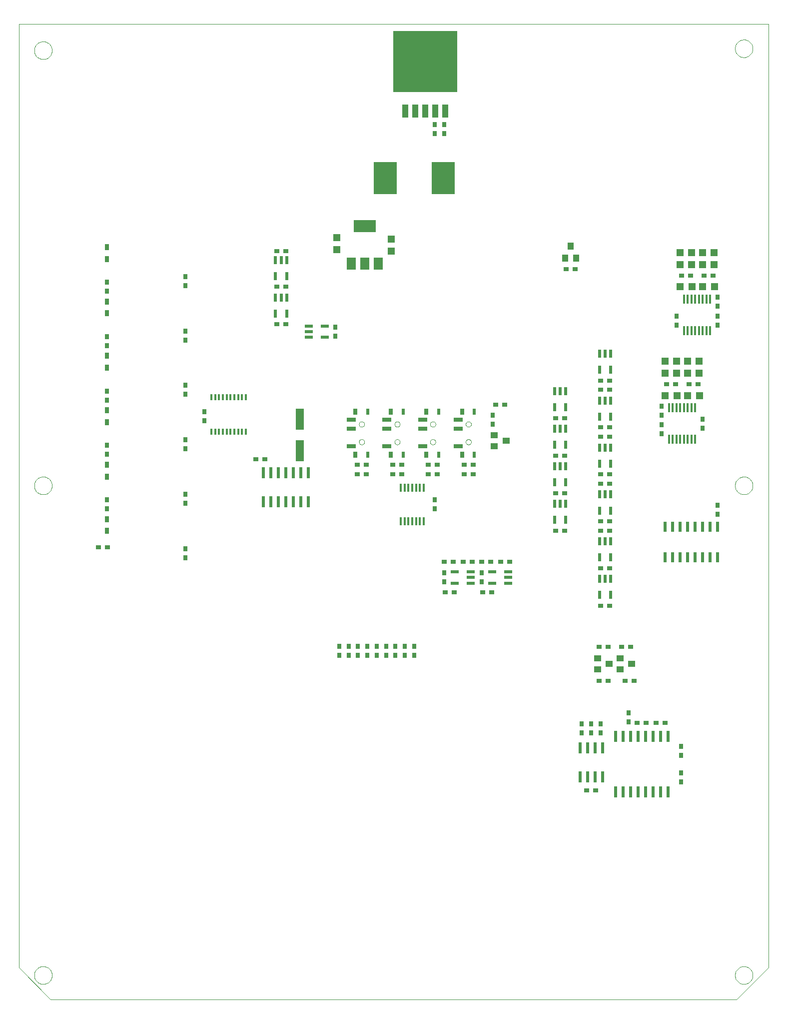
<source format=gtp>
G75*
G70*
%OFA0B0*%
%FSLAX24Y24*%
%IPPOS*%
%LPD*%
%AMOC8*
5,1,8,0,0,1.08239X$1,22.5*
%
%ADD10C,0.0000*%
%ADD11R,0.4252X0.4098*%
%ADD12R,0.0420X0.0850*%
%ADD13R,0.0315X0.0354*%
%ADD14R,0.1575X0.2126*%
%ADD15R,0.0210X0.0780*%
%ADD16R,0.0354X0.0315*%
%ADD17R,0.0394X0.0500*%
%ADD18R,0.0200X0.0780*%
%ADD19R,0.0590X0.0790*%
%ADD20R,0.1500X0.0790*%
%ADD21R,0.0512X0.0472*%
%ADD22R,0.0315X0.0394*%
%ADD23R,0.0120X0.0390*%
%ADD24R,0.0551X0.1400*%
%ADD25R,0.0500X0.0394*%
%ADD26R,0.0520X0.0220*%
%ADD27R,0.0220X0.0520*%
%ADD28R,0.0140X0.0630*%
%ADD29R,0.0472X0.0512*%
%ADD30R,0.0210X0.0670*%
%ADD31R,0.0140X0.0580*%
%ADD32R,0.0591X0.0276*%
%ADD33R,0.0236X0.0394*%
D10*
X000100Y002300D02*
X002225Y000175D01*
X047975Y000175D01*
X050100Y002300D01*
X050100Y065175D01*
X000100Y065175D01*
X000100Y002300D01*
X001134Y001800D02*
X001136Y001848D01*
X001142Y001896D01*
X001152Y001943D01*
X001165Y001989D01*
X001183Y002034D01*
X001203Y002078D01*
X001228Y002120D01*
X001256Y002159D01*
X001286Y002196D01*
X001320Y002230D01*
X001357Y002262D01*
X001395Y002291D01*
X001436Y002316D01*
X001479Y002338D01*
X001524Y002356D01*
X001570Y002370D01*
X001617Y002381D01*
X001665Y002388D01*
X001713Y002391D01*
X001761Y002390D01*
X001809Y002385D01*
X001857Y002376D01*
X001903Y002364D01*
X001948Y002347D01*
X001992Y002327D01*
X002034Y002304D01*
X002074Y002277D01*
X002112Y002247D01*
X002147Y002214D01*
X002179Y002178D01*
X002209Y002140D01*
X002235Y002099D01*
X002257Y002056D01*
X002277Y002012D01*
X002292Y001967D01*
X002304Y001920D01*
X002312Y001872D01*
X002316Y001824D01*
X002316Y001776D01*
X002312Y001728D01*
X002304Y001680D01*
X002292Y001633D01*
X002277Y001588D01*
X002257Y001544D01*
X002235Y001501D01*
X002209Y001460D01*
X002179Y001422D01*
X002147Y001386D01*
X002112Y001353D01*
X002074Y001323D01*
X002034Y001296D01*
X001992Y001273D01*
X001948Y001253D01*
X001903Y001236D01*
X001857Y001224D01*
X001809Y001215D01*
X001761Y001210D01*
X001713Y001209D01*
X001665Y001212D01*
X001617Y001219D01*
X001570Y001230D01*
X001524Y001244D01*
X001479Y001262D01*
X001436Y001284D01*
X001395Y001309D01*
X001357Y001338D01*
X001320Y001370D01*
X001286Y001404D01*
X001256Y001441D01*
X001228Y001480D01*
X001203Y001522D01*
X001183Y001566D01*
X001165Y001611D01*
X001152Y001657D01*
X001142Y001704D01*
X001136Y001752D01*
X001134Y001800D01*
X001134Y034425D02*
X001136Y034473D01*
X001142Y034521D01*
X001152Y034568D01*
X001165Y034614D01*
X001183Y034659D01*
X001203Y034703D01*
X001228Y034745D01*
X001256Y034784D01*
X001286Y034821D01*
X001320Y034855D01*
X001357Y034887D01*
X001395Y034916D01*
X001436Y034941D01*
X001479Y034963D01*
X001524Y034981D01*
X001570Y034995D01*
X001617Y035006D01*
X001665Y035013D01*
X001713Y035016D01*
X001761Y035015D01*
X001809Y035010D01*
X001857Y035001D01*
X001903Y034989D01*
X001948Y034972D01*
X001992Y034952D01*
X002034Y034929D01*
X002074Y034902D01*
X002112Y034872D01*
X002147Y034839D01*
X002179Y034803D01*
X002209Y034765D01*
X002235Y034724D01*
X002257Y034681D01*
X002277Y034637D01*
X002292Y034592D01*
X002304Y034545D01*
X002312Y034497D01*
X002316Y034449D01*
X002316Y034401D01*
X002312Y034353D01*
X002304Y034305D01*
X002292Y034258D01*
X002277Y034213D01*
X002257Y034169D01*
X002235Y034126D01*
X002209Y034085D01*
X002179Y034047D01*
X002147Y034011D01*
X002112Y033978D01*
X002074Y033948D01*
X002034Y033921D01*
X001992Y033898D01*
X001948Y033878D01*
X001903Y033861D01*
X001857Y033849D01*
X001809Y033840D01*
X001761Y033835D01*
X001713Y033834D01*
X001665Y033837D01*
X001617Y033844D01*
X001570Y033855D01*
X001524Y033869D01*
X001479Y033887D01*
X001436Y033909D01*
X001395Y033934D01*
X001357Y033963D01*
X001320Y033995D01*
X001286Y034029D01*
X001256Y034066D01*
X001228Y034105D01*
X001203Y034147D01*
X001183Y034191D01*
X001165Y034236D01*
X001152Y034282D01*
X001142Y034329D01*
X001136Y034377D01*
X001134Y034425D01*
X022798Y037334D02*
X022800Y037360D01*
X022806Y037386D01*
X022816Y037411D01*
X022829Y037434D01*
X022845Y037454D01*
X022865Y037472D01*
X022887Y037487D01*
X022910Y037499D01*
X022936Y037507D01*
X022962Y037511D01*
X022988Y037511D01*
X023014Y037507D01*
X023040Y037499D01*
X023064Y037487D01*
X023085Y037472D01*
X023105Y037454D01*
X023121Y037434D01*
X023134Y037411D01*
X023144Y037386D01*
X023150Y037360D01*
X023152Y037334D01*
X023150Y037308D01*
X023144Y037282D01*
X023134Y037257D01*
X023121Y037234D01*
X023105Y037214D01*
X023085Y037196D01*
X023063Y037181D01*
X023040Y037169D01*
X023014Y037161D01*
X022988Y037157D01*
X022962Y037157D01*
X022936Y037161D01*
X022910Y037169D01*
X022886Y037181D01*
X022865Y037196D01*
X022845Y037214D01*
X022829Y037234D01*
X022816Y037257D01*
X022806Y037282D01*
X022800Y037308D01*
X022798Y037334D01*
X022798Y038516D02*
X022800Y038542D01*
X022806Y038568D01*
X022816Y038593D01*
X022829Y038616D01*
X022845Y038636D01*
X022865Y038654D01*
X022887Y038669D01*
X022910Y038681D01*
X022936Y038689D01*
X022962Y038693D01*
X022988Y038693D01*
X023014Y038689D01*
X023040Y038681D01*
X023064Y038669D01*
X023085Y038654D01*
X023105Y038636D01*
X023121Y038616D01*
X023134Y038593D01*
X023144Y038568D01*
X023150Y038542D01*
X023152Y038516D01*
X023150Y038490D01*
X023144Y038464D01*
X023134Y038439D01*
X023121Y038416D01*
X023105Y038396D01*
X023085Y038378D01*
X023063Y038363D01*
X023040Y038351D01*
X023014Y038343D01*
X022988Y038339D01*
X022962Y038339D01*
X022936Y038343D01*
X022910Y038351D01*
X022886Y038363D01*
X022865Y038378D01*
X022845Y038396D01*
X022829Y038416D01*
X022816Y038439D01*
X022806Y038464D01*
X022800Y038490D01*
X022798Y038516D01*
X025173Y038516D02*
X025175Y038542D01*
X025181Y038568D01*
X025191Y038593D01*
X025204Y038616D01*
X025220Y038636D01*
X025240Y038654D01*
X025262Y038669D01*
X025285Y038681D01*
X025311Y038689D01*
X025337Y038693D01*
X025363Y038693D01*
X025389Y038689D01*
X025415Y038681D01*
X025439Y038669D01*
X025460Y038654D01*
X025480Y038636D01*
X025496Y038616D01*
X025509Y038593D01*
X025519Y038568D01*
X025525Y038542D01*
X025527Y038516D01*
X025525Y038490D01*
X025519Y038464D01*
X025509Y038439D01*
X025496Y038416D01*
X025480Y038396D01*
X025460Y038378D01*
X025438Y038363D01*
X025415Y038351D01*
X025389Y038343D01*
X025363Y038339D01*
X025337Y038339D01*
X025311Y038343D01*
X025285Y038351D01*
X025261Y038363D01*
X025240Y038378D01*
X025220Y038396D01*
X025204Y038416D01*
X025191Y038439D01*
X025181Y038464D01*
X025175Y038490D01*
X025173Y038516D01*
X025173Y037334D02*
X025175Y037360D01*
X025181Y037386D01*
X025191Y037411D01*
X025204Y037434D01*
X025220Y037454D01*
X025240Y037472D01*
X025262Y037487D01*
X025285Y037499D01*
X025311Y037507D01*
X025337Y037511D01*
X025363Y037511D01*
X025389Y037507D01*
X025415Y037499D01*
X025439Y037487D01*
X025460Y037472D01*
X025480Y037454D01*
X025496Y037434D01*
X025509Y037411D01*
X025519Y037386D01*
X025525Y037360D01*
X025527Y037334D01*
X025525Y037308D01*
X025519Y037282D01*
X025509Y037257D01*
X025496Y037234D01*
X025480Y037214D01*
X025460Y037196D01*
X025438Y037181D01*
X025415Y037169D01*
X025389Y037161D01*
X025363Y037157D01*
X025337Y037157D01*
X025311Y037161D01*
X025285Y037169D01*
X025261Y037181D01*
X025240Y037196D01*
X025220Y037214D01*
X025204Y037234D01*
X025191Y037257D01*
X025181Y037282D01*
X025175Y037308D01*
X025173Y037334D01*
X027548Y037334D02*
X027550Y037360D01*
X027556Y037386D01*
X027566Y037411D01*
X027579Y037434D01*
X027595Y037454D01*
X027615Y037472D01*
X027637Y037487D01*
X027660Y037499D01*
X027686Y037507D01*
X027712Y037511D01*
X027738Y037511D01*
X027764Y037507D01*
X027790Y037499D01*
X027814Y037487D01*
X027835Y037472D01*
X027855Y037454D01*
X027871Y037434D01*
X027884Y037411D01*
X027894Y037386D01*
X027900Y037360D01*
X027902Y037334D01*
X027900Y037308D01*
X027894Y037282D01*
X027884Y037257D01*
X027871Y037234D01*
X027855Y037214D01*
X027835Y037196D01*
X027813Y037181D01*
X027790Y037169D01*
X027764Y037161D01*
X027738Y037157D01*
X027712Y037157D01*
X027686Y037161D01*
X027660Y037169D01*
X027636Y037181D01*
X027615Y037196D01*
X027595Y037214D01*
X027579Y037234D01*
X027566Y037257D01*
X027556Y037282D01*
X027550Y037308D01*
X027548Y037334D01*
X027548Y038516D02*
X027550Y038542D01*
X027556Y038568D01*
X027566Y038593D01*
X027579Y038616D01*
X027595Y038636D01*
X027615Y038654D01*
X027637Y038669D01*
X027660Y038681D01*
X027686Y038689D01*
X027712Y038693D01*
X027738Y038693D01*
X027764Y038689D01*
X027790Y038681D01*
X027814Y038669D01*
X027835Y038654D01*
X027855Y038636D01*
X027871Y038616D01*
X027884Y038593D01*
X027894Y038568D01*
X027900Y038542D01*
X027902Y038516D01*
X027900Y038490D01*
X027894Y038464D01*
X027884Y038439D01*
X027871Y038416D01*
X027855Y038396D01*
X027835Y038378D01*
X027813Y038363D01*
X027790Y038351D01*
X027764Y038343D01*
X027738Y038339D01*
X027712Y038339D01*
X027686Y038343D01*
X027660Y038351D01*
X027636Y038363D01*
X027615Y038378D01*
X027595Y038396D01*
X027579Y038416D01*
X027566Y038439D01*
X027556Y038464D01*
X027550Y038490D01*
X027548Y038516D01*
X029923Y038516D02*
X029925Y038542D01*
X029931Y038568D01*
X029941Y038593D01*
X029954Y038616D01*
X029970Y038636D01*
X029990Y038654D01*
X030012Y038669D01*
X030035Y038681D01*
X030061Y038689D01*
X030087Y038693D01*
X030113Y038693D01*
X030139Y038689D01*
X030165Y038681D01*
X030189Y038669D01*
X030210Y038654D01*
X030230Y038636D01*
X030246Y038616D01*
X030259Y038593D01*
X030269Y038568D01*
X030275Y038542D01*
X030277Y038516D01*
X030275Y038490D01*
X030269Y038464D01*
X030259Y038439D01*
X030246Y038416D01*
X030230Y038396D01*
X030210Y038378D01*
X030188Y038363D01*
X030165Y038351D01*
X030139Y038343D01*
X030113Y038339D01*
X030087Y038339D01*
X030061Y038343D01*
X030035Y038351D01*
X030011Y038363D01*
X029990Y038378D01*
X029970Y038396D01*
X029954Y038416D01*
X029941Y038439D01*
X029931Y038464D01*
X029925Y038490D01*
X029923Y038516D01*
X029923Y037334D02*
X029925Y037360D01*
X029931Y037386D01*
X029941Y037411D01*
X029954Y037434D01*
X029970Y037454D01*
X029990Y037472D01*
X030012Y037487D01*
X030035Y037499D01*
X030061Y037507D01*
X030087Y037511D01*
X030113Y037511D01*
X030139Y037507D01*
X030165Y037499D01*
X030189Y037487D01*
X030210Y037472D01*
X030230Y037454D01*
X030246Y037434D01*
X030259Y037411D01*
X030269Y037386D01*
X030275Y037360D01*
X030277Y037334D01*
X030275Y037308D01*
X030269Y037282D01*
X030259Y037257D01*
X030246Y037234D01*
X030230Y037214D01*
X030210Y037196D01*
X030188Y037181D01*
X030165Y037169D01*
X030139Y037161D01*
X030113Y037157D01*
X030087Y037157D01*
X030061Y037161D01*
X030035Y037169D01*
X030011Y037181D01*
X029990Y037196D01*
X029970Y037214D01*
X029954Y037234D01*
X029941Y037257D01*
X029931Y037282D01*
X029925Y037308D01*
X029923Y037334D01*
X047884Y034425D02*
X047886Y034473D01*
X047892Y034521D01*
X047902Y034568D01*
X047915Y034614D01*
X047933Y034659D01*
X047953Y034703D01*
X047978Y034745D01*
X048006Y034784D01*
X048036Y034821D01*
X048070Y034855D01*
X048107Y034887D01*
X048145Y034916D01*
X048186Y034941D01*
X048229Y034963D01*
X048274Y034981D01*
X048320Y034995D01*
X048367Y035006D01*
X048415Y035013D01*
X048463Y035016D01*
X048511Y035015D01*
X048559Y035010D01*
X048607Y035001D01*
X048653Y034989D01*
X048698Y034972D01*
X048742Y034952D01*
X048784Y034929D01*
X048824Y034902D01*
X048862Y034872D01*
X048897Y034839D01*
X048929Y034803D01*
X048959Y034765D01*
X048985Y034724D01*
X049007Y034681D01*
X049027Y034637D01*
X049042Y034592D01*
X049054Y034545D01*
X049062Y034497D01*
X049066Y034449D01*
X049066Y034401D01*
X049062Y034353D01*
X049054Y034305D01*
X049042Y034258D01*
X049027Y034213D01*
X049007Y034169D01*
X048985Y034126D01*
X048959Y034085D01*
X048929Y034047D01*
X048897Y034011D01*
X048862Y033978D01*
X048824Y033948D01*
X048784Y033921D01*
X048742Y033898D01*
X048698Y033878D01*
X048653Y033861D01*
X048607Y033849D01*
X048559Y033840D01*
X048511Y033835D01*
X048463Y033834D01*
X048415Y033837D01*
X048367Y033844D01*
X048320Y033855D01*
X048274Y033869D01*
X048229Y033887D01*
X048186Y033909D01*
X048145Y033934D01*
X048107Y033963D01*
X048070Y033995D01*
X048036Y034029D01*
X048006Y034066D01*
X047978Y034105D01*
X047953Y034147D01*
X047933Y034191D01*
X047915Y034236D01*
X047902Y034282D01*
X047892Y034329D01*
X047886Y034377D01*
X047884Y034425D01*
X047884Y063550D02*
X047886Y063598D01*
X047892Y063646D01*
X047902Y063693D01*
X047915Y063739D01*
X047933Y063784D01*
X047953Y063828D01*
X047978Y063870D01*
X048006Y063909D01*
X048036Y063946D01*
X048070Y063980D01*
X048107Y064012D01*
X048145Y064041D01*
X048186Y064066D01*
X048229Y064088D01*
X048274Y064106D01*
X048320Y064120D01*
X048367Y064131D01*
X048415Y064138D01*
X048463Y064141D01*
X048511Y064140D01*
X048559Y064135D01*
X048607Y064126D01*
X048653Y064114D01*
X048698Y064097D01*
X048742Y064077D01*
X048784Y064054D01*
X048824Y064027D01*
X048862Y063997D01*
X048897Y063964D01*
X048929Y063928D01*
X048959Y063890D01*
X048985Y063849D01*
X049007Y063806D01*
X049027Y063762D01*
X049042Y063717D01*
X049054Y063670D01*
X049062Y063622D01*
X049066Y063574D01*
X049066Y063526D01*
X049062Y063478D01*
X049054Y063430D01*
X049042Y063383D01*
X049027Y063338D01*
X049007Y063294D01*
X048985Y063251D01*
X048959Y063210D01*
X048929Y063172D01*
X048897Y063136D01*
X048862Y063103D01*
X048824Y063073D01*
X048784Y063046D01*
X048742Y063023D01*
X048698Y063003D01*
X048653Y062986D01*
X048607Y062974D01*
X048559Y062965D01*
X048511Y062960D01*
X048463Y062959D01*
X048415Y062962D01*
X048367Y062969D01*
X048320Y062980D01*
X048274Y062994D01*
X048229Y063012D01*
X048186Y063034D01*
X048145Y063059D01*
X048107Y063088D01*
X048070Y063120D01*
X048036Y063154D01*
X048006Y063191D01*
X047978Y063230D01*
X047953Y063272D01*
X047933Y063316D01*
X047915Y063361D01*
X047902Y063407D01*
X047892Y063454D01*
X047886Y063502D01*
X047884Y063550D01*
X001134Y063425D02*
X001136Y063473D01*
X001142Y063521D01*
X001152Y063568D01*
X001165Y063614D01*
X001183Y063659D01*
X001203Y063703D01*
X001228Y063745D01*
X001256Y063784D01*
X001286Y063821D01*
X001320Y063855D01*
X001357Y063887D01*
X001395Y063916D01*
X001436Y063941D01*
X001479Y063963D01*
X001524Y063981D01*
X001570Y063995D01*
X001617Y064006D01*
X001665Y064013D01*
X001713Y064016D01*
X001761Y064015D01*
X001809Y064010D01*
X001857Y064001D01*
X001903Y063989D01*
X001948Y063972D01*
X001992Y063952D01*
X002034Y063929D01*
X002074Y063902D01*
X002112Y063872D01*
X002147Y063839D01*
X002179Y063803D01*
X002209Y063765D01*
X002235Y063724D01*
X002257Y063681D01*
X002277Y063637D01*
X002292Y063592D01*
X002304Y063545D01*
X002312Y063497D01*
X002316Y063449D01*
X002316Y063401D01*
X002312Y063353D01*
X002304Y063305D01*
X002292Y063258D01*
X002277Y063213D01*
X002257Y063169D01*
X002235Y063126D01*
X002209Y063085D01*
X002179Y063047D01*
X002147Y063011D01*
X002112Y062978D01*
X002074Y062948D01*
X002034Y062921D01*
X001992Y062898D01*
X001948Y062878D01*
X001903Y062861D01*
X001857Y062849D01*
X001809Y062840D01*
X001761Y062835D01*
X001713Y062834D01*
X001665Y062837D01*
X001617Y062844D01*
X001570Y062855D01*
X001524Y062869D01*
X001479Y062887D01*
X001436Y062909D01*
X001395Y062934D01*
X001357Y062963D01*
X001320Y062995D01*
X001286Y063029D01*
X001256Y063066D01*
X001228Y063105D01*
X001203Y063147D01*
X001183Y063191D01*
X001165Y063236D01*
X001152Y063282D01*
X001142Y063329D01*
X001136Y063377D01*
X001134Y063425D01*
X047884Y001800D02*
X047886Y001848D01*
X047892Y001896D01*
X047902Y001943D01*
X047915Y001989D01*
X047933Y002034D01*
X047953Y002078D01*
X047978Y002120D01*
X048006Y002159D01*
X048036Y002196D01*
X048070Y002230D01*
X048107Y002262D01*
X048145Y002291D01*
X048186Y002316D01*
X048229Y002338D01*
X048274Y002356D01*
X048320Y002370D01*
X048367Y002381D01*
X048415Y002388D01*
X048463Y002391D01*
X048511Y002390D01*
X048559Y002385D01*
X048607Y002376D01*
X048653Y002364D01*
X048698Y002347D01*
X048742Y002327D01*
X048784Y002304D01*
X048824Y002277D01*
X048862Y002247D01*
X048897Y002214D01*
X048929Y002178D01*
X048959Y002140D01*
X048985Y002099D01*
X049007Y002056D01*
X049027Y002012D01*
X049042Y001967D01*
X049054Y001920D01*
X049062Y001872D01*
X049066Y001824D01*
X049066Y001776D01*
X049062Y001728D01*
X049054Y001680D01*
X049042Y001633D01*
X049027Y001588D01*
X049007Y001544D01*
X048985Y001501D01*
X048959Y001460D01*
X048929Y001422D01*
X048897Y001386D01*
X048862Y001353D01*
X048824Y001323D01*
X048784Y001296D01*
X048742Y001273D01*
X048698Y001253D01*
X048653Y001236D01*
X048607Y001224D01*
X048559Y001215D01*
X048511Y001210D01*
X048463Y001209D01*
X048415Y001212D01*
X048367Y001219D01*
X048320Y001230D01*
X048274Y001244D01*
X048229Y001262D01*
X048186Y001284D01*
X048145Y001309D01*
X048107Y001338D01*
X048070Y001370D01*
X048036Y001404D01*
X048006Y001441D01*
X047978Y001480D01*
X047953Y001522D01*
X047933Y001566D01*
X047915Y001611D01*
X047902Y001657D01*
X047892Y001704D01*
X047886Y001752D01*
X047884Y001800D01*
D11*
X027225Y062675D03*
D12*
X027225Y059395D03*
X027895Y059395D03*
X028565Y059395D03*
X026555Y059395D03*
X025885Y059395D03*
D13*
X027850Y058475D03*
X027850Y057875D03*
X028475Y057875D03*
X028475Y058475D03*
X021225Y044975D03*
X021225Y044375D03*
X027850Y033475D03*
X027850Y032875D03*
X028475Y028600D03*
X028475Y028000D03*
X030975Y028000D03*
X030975Y028600D03*
X026475Y023725D03*
X026475Y023125D03*
X025850Y023125D03*
X025850Y023725D03*
X025225Y023725D03*
X025225Y023125D03*
X024600Y023125D03*
X024600Y023725D03*
X023975Y023725D03*
X023975Y023125D03*
X023350Y023125D03*
X023350Y023725D03*
X022725Y023725D03*
X022725Y023125D03*
X022100Y023125D03*
X022100Y023725D03*
X021475Y023725D03*
X021475Y023125D03*
X011225Y029625D03*
X011225Y030225D03*
X011225Y033250D03*
X011225Y033850D03*
X011225Y036875D03*
X011225Y037475D03*
X012475Y038750D03*
X012475Y039350D03*
X011225Y040500D03*
X011225Y041100D03*
X011225Y044125D03*
X011225Y044725D03*
X011225Y047750D03*
X011225Y048350D03*
X005975Y047975D03*
X005975Y047375D03*
X005975Y044350D03*
X005975Y043750D03*
X005975Y040725D03*
X005975Y040125D03*
X005975Y037100D03*
X005975Y036500D03*
X005975Y033475D03*
X005975Y032875D03*
X031725Y038500D03*
X031725Y039100D03*
X042975Y039125D03*
X042975Y039725D03*
X042975Y038475D03*
X042975Y037875D03*
X045725Y038250D03*
X045725Y038850D03*
X046725Y033100D03*
X046725Y032500D03*
X046725Y045125D03*
X046725Y045725D03*
X046725Y046375D03*
X046725Y046975D03*
X043975Y045725D03*
X043975Y045125D03*
X040788Y019288D03*
X040788Y018688D03*
X038913Y018538D03*
X038913Y017938D03*
X038288Y017938D03*
X038288Y018538D03*
X037663Y018538D03*
X037663Y017938D03*
X044288Y017038D03*
X044288Y016438D03*
X044288Y015288D03*
X044288Y014688D03*
D14*
X028404Y054925D03*
X024546Y054925D03*
D15*
X039913Y017713D03*
X040413Y017713D03*
X040913Y017713D03*
X041413Y017713D03*
X041913Y017713D03*
X042413Y017713D03*
X042913Y017713D03*
X043413Y017713D03*
X043413Y014013D03*
X042913Y014013D03*
X042413Y014013D03*
X041913Y014013D03*
X041413Y014013D03*
X040913Y014013D03*
X040413Y014013D03*
X039913Y014013D03*
X039038Y015018D03*
X038538Y015018D03*
X038038Y015018D03*
X037538Y015018D03*
X037538Y016958D03*
X038038Y016958D03*
X038538Y016958D03*
X039038Y016958D03*
D16*
X038588Y014113D03*
X037988Y014113D03*
X041363Y018613D03*
X041963Y018613D03*
X042613Y018613D03*
X043213Y018613D03*
X041150Y021425D03*
X040550Y021425D03*
X039400Y021425D03*
X038800Y021425D03*
X038800Y023675D03*
X039400Y023675D03*
X040300Y023675D03*
X040900Y023675D03*
X039525Y026425D03*
X038925Y026425D03*
X038925Y028925D03*
X039525Y028925D03*
X039525Y031425D03*
X038925Y031425D03*
X038925Y032050D03*
X039525Y032050D03*
X039525Y034550D03*
X038925Y034550D03*
X038925Y035175D03*
X039525Y035175D03*
X039525Y037675D03*
X038925Y037675D03*
X038925Y038300D03*
X039525Y038300D03*
X039525Y040800D03*
X038925Y040800D03*
X038925Y041425D03*
X039525Y041425D03*
X036525Y038925D03*
X035925Y038925D03*
X035925Y036425D03*
X036525Y036425D03*
X036525Y033925D03*
X035925Y033925D03*
X035925Y031425D03*
X036525Y031425D03*
X032838Y029363D03*
X032238Y029363D03*
X031588Y029363D03*
X030988Y029363D03*
X030338Y029363D03*
X029738Y029363D03*
X029088Y029363D03*
X028488Y029363D03*
X028550Y027300D03*
X029150Y027300D03*
X031050Y027300D03*
X031650Y027300D03*
X030400Y035175D03*
X029800Y035175D03*
X029800Y035800D03*
X030400Y035800D03*
X028025Y035800D03*
X027425Y035800D03*
X027425Y035175D03*
X028025Y035175D03*
X025650Y035175D03*
X025650Y035800D03*
X025050Y035800D03*
X025050Y035175D03*
X023275Y035175D03*
X022675Y035175D03*
X022675Y035800D03*
X023275Y035800D03*
X016525Y036175D03*
X015925Y036175D03*
X017300Y045175D03*
X017900Y045175D03*
X017900Y047675D03*
X017300Y047675D03*
X017300Y050050D03*
X017900Y050050D03*
X031925Y039800D03*
X032525Y039800D03*
X036613Y048863D03*
X037213Y048863D03*
X043300Y041175D03*
X043900Y041175D03*
X044800Y041175D03*
X045400Y041175D03*
X045800Y048425D03*
X046400Y048425D03*
X044900Y048425D03*
X044300Y048425D03*
X006025Y030300D03*
X005425Y030300D03*
D17*
X036538Y049594D03*
X037287Y049594D03*
X036913Y050381D03*
D18*
X019413Y035283D03*
X018913Y035283D03*
X018413Y035283D03*
X017913Y035283D03*
X017413Y035283D03*
X016913Y035283D03*
X016413Y035283D03*
X016413Y033343D03*
X016913Y033343D03*
X017413Y033343D03*
X017913Y033343D03*
X018413Y033343D03*
X018913Y033343D03*
X019413Y033343D03*
D19*
X022298Y049223D03*
X023198Y049223D03*
X024098Y049223D03*
D20*
X023188Y051703D03*
D21*
X024938Y050838D03*
X024938Y050038D03*
X021313Y050163D03*
X021313Y050963D03*
X043225Y042700D03*
X043975Y042700D03*
X043975Y041900D03*
X043225Y041900D03*
X044725Y041900D03*
X045475Y041900D03*
X045475Y042700D03*
X044725Y042700D03*
X044975Y049150D03*
X044225Y049150D03*
X044225Y049950D03*
X044975Y049950D03*
X045725Y049950D03*
X046475Y049950D03*
X046475Y049150D03*
X045725Y049150D03*
D22*
X029667Y039362D03*
X027292Y039362D03*
X024917Y039362D03*
X022542Y039362D03*
X022542Y036488D03*
X024917Y036488D03*
X027292Y036488D03*
X029667Y036488D03*
X005975Y035819D03*
X005975Y035031D03*
X005975Y032194D03*
X005975Y031406D03*
X005975Y038656D03*
X005975Y039444D03*
X005975Y042281D03*
X005975Y043069D03*
X005975Y045906D03*
X005975Y046694D03*
X005975Y049531D03*
X005975Y050319D03*
D23*
X012948Y040324D03*
X013204Y040324D03*
X013460Y040324D03*
X013716Y040324D03*
X013972Y040324D03*
X014228Y040324D03*
X014484Y040324D03*
X014740Y040324D03*
X014996Y040324D03*
X015252Y040324D03*
X015252Y038026D03*
X014996Y038026D03*
X014740Y038026D03*
X014484Y038026D03*
X014228Y038026D03*
X013972Y038026D03*
X013716Y038026D03*
X013460Y038026D03*
X013204Y038026D03*
X012948Y038026D03*
D24*
X018850Y038845D03*
X018850Y036755D03*
D25*
X031831Y037051D03*
X031831Y037799D03*
X032619Y037425D03*
X038706Y022924D03*
X039494Y022550D03*
X038706Y022176D03*
X040206Y022176D03*
X040994Y022550D03*
X040206Y022924D03*
D26*
X032765Y027930D03*
X032765Y028300D03*
X032765Y028670D03*
X031685Y028670D03*
X031685Y027930D03*
X030265Y027930D03*
X030265Y028300D03*
X030265Y028670D03*
X029185Y028670D03*
X029185Y027930D03*
X020515Y044305D03*
X020515Y045045D03*
X019435Y045045D03*
X019435Y044675D03*
X019435Y044305D03*
D27*
X017970Y045885D03*
X017230Y045885D03*
X017230Y046965D03*
X017600Y046965D03*
X017970Y046965D03*
X017970Y048385D03*
X017230Y048385D03*
X017230Y049465D03*
X017600Y049465D03*
X017970Y049465D03*
X035855Y040715D03*
X036225Y040715D03*
X036595Y040715D03*
X036595Y039635D03*
X035855Y039635D03*
X035855Y038215D03*
X036225Y038215D03*
X036595Y038215D03*
X036595Y037135D03*
X035855Y037135D03*
X035855Y035715D03*
X036225Y035715D03*
X036595Y035715D03*
X036595Y034635D03*
X035855Y034635D03*
X035855Y033215D03*
X036225Y033215D03*
X036595Y033215D03*
X036595Y032135D03*
X035855Y032135D03*
X038855Y032760D03*
X039595Y032760D03*
X039595Y033840D03*
X039225Y033840D03*
X038855Y033840D03*
X038855Y035885D03*
X039595Y035885D03*
X039595Y036965D03*
X039225Y036965D03*
X038855Y036965D03*
X038855Y039010D03*
X039595Y039010D03*
X039595Y040090D03*
X039225Y040090D03*
X038855Y040090D03*
X038855Y042135D03*
X039595Y042135D03*
X039595Y043215D03*
X039225Y043215D03*
X038855Y043215D03*
X038855Y030715D03*
X039225Y030715D03*
X039595Y030715D03*
X039595Y029635D03*
X038855Y029635D03*
X038855Y028215D03*
X039225Y028215D03*
X039595Y028215D03*
X039595Y027135D03*
X038855Y027135D03*
D28*
X043470Y037500D03*
X043730Y037500D03*
X043970Y037500D03*
X044230Y037500D03*
X044470Y037500D03*
X044730Y037500D03*
X044970Y037500D03*
X045230Y037500D03*
X045230Y039600D03*
X044970Y039600D03*
X044730Y039600D03*
X044470Y039600D03*
X044230Y039600D03*
X043970Y039600D03*
X043730Y039600D03*
X043470Y039600D03*
X044470Y044750D03*
X044730Y044750D03*
X044970Y044750D03*
X045230Y044750D03*
X045470Y044750D03*
X045730Y044750D03*
X045970Y044750D03*
X046230Y044750D03*
X046230Y046850D03*
X045970Y046850D03*
X045730Y046850D03*
X045470Y046850D03*
X045230Y046850D03*
X044970Y046850D03*
X044730Y046850D03*
X044470Y046850D03*
D29*
X044200Y047675D03*
X045000Y047675D03*
X045700Y047675D03*
X046500Y047675D03*
X045500Y040425D03*
X044700Y040425D03*
X044000Y040425D03*
X043200Y040425D03*
D30*
X043225Y031695D03*
X043725Y031695D03*
X044225Y031695D03*
X044725Y031695D03*
X045225Y031695D03*
X045725Y031695D03*
X046225Y031695D03*
X046725Y031695D03*
X046725Y029655D03*
X046225Y029655D03*
X045725Y029655D03*
X045225Y029655D03*
X044725Y029655D03*
X044225Y029655D03*
X043725Y029655D03*
X043225Y029655D03*
D31*
X027120Y032065D03*
X026860Y032065D03*
X026610Y032065D03*
X026350Y032065D03*
X026090Y032065D03*
X025840Y032065D03*
X025580Y032065D03*
X025580Y034285D03*
X025840Y034285D03*
X026090Y034285D03*
X026350Y034285D03*
X026610Y034285D03*
X026860Y034285D03*
X027120Y034285D03*
D32*
X027036Y037039D03*
X027036Y038220D03*
X027036Y038811D03*
X024661Y038811D03*
X024661Y038220D03*
X024661Y037039D03*
X022286Y037039D03*
X022286Y038220D03*
X022286Y038811D03*
X029411Y038811D03*
X029411Y038220D03*
X029411Y037039D03*
D33*
X030494Y036488D03*
X028119Y036488D03*
X025744Y036488D03*
X023369Y036488D03*
X023369Y039362D03*
X025744Y039362D03*
X028119Y039362D03*
X030494Y039362D03*
M02*

</source>
